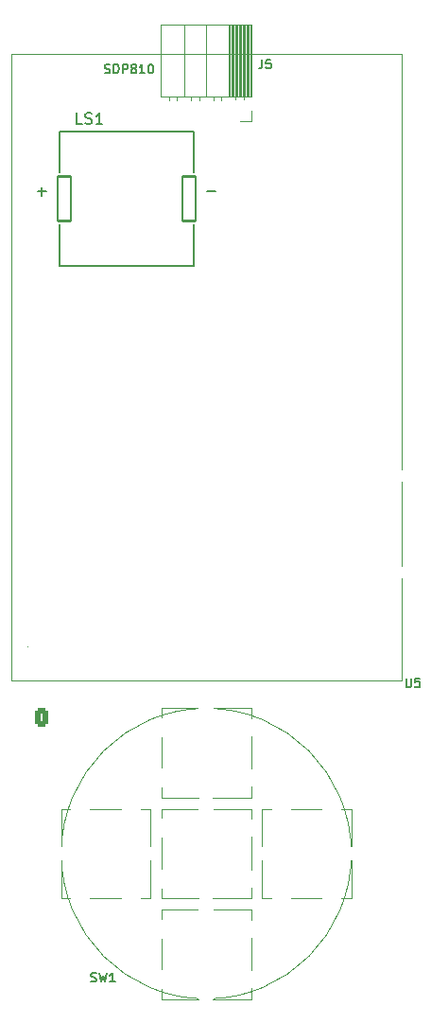
<source format=gto>
G04 #@! TF.GenerationSoftware,KiCad,Pcbnew,7.0.7*
G04 #@! TF.CreationDate,2023-10-06T13:42:14+03:00*
G04 #@! TF.ProjectId,dif-pressure-meter,6469662d-7072-4657-9373-7572652d6d65,rev?*
G04 #@! TF.SameCoordinates,Original*
G04 #@! TF.FileFunction,Legend,Top*
G04 #@! TF.FilePolarity,Positive*
%FSLAX46Y46*%
G04 Gerber Fmt 4.6, Leading zero omitted, Abs format (unit mm)*
G04 Created by KiCad (PCBNEW 7.0.7) date 2023-10-06 13:42:14*
%MOMM*%
%LPD*%
G01*
G04 APERTURE LIST*
G04 Aperture macros list*
%AMRoundRect*
0 Rectangle with rounded corners*
0 $1 Rounding radius*
0 $2 $3 $4 $5 $6 $7 $8 $9 X,Y pos of 4 corners*
0 Add a 4 corners polygon primitive as box body*
4,1,4,$2,$3,$4,$5,$6,$7,$8,$9,$2,$3,0*
0 Add four circle primitives for the rounded corners*
1,1,$1+$1,$2,$3*
1,1,$1+$1,$4,$5*
1,1,$1+$1,$6,$7*
1,1,$1+$1,$8,$9*
0 Add four rect primitives between the rounded corners*
20,1,$1+$1,$2,$3,$4,$5,0*
20,1,$1+$1,$4,$5,$6,$7,0*
20,1,$1+$1,$6,$7,$8,$9,0*
20,1,$1+$1,$8,$9,$2,$3,0*%
G04 Aperture macros list end*
%ADD10C,0.150000*%
%ADD11C,0.120000*%
%ADD12C,0.127000*%
%ADD13R,1.350000X1.350000*%
%ADD14O,1.350000X1.350000*%
%ADD15RoundRect,0.102000X-0.600000X-2.000000X0.600000X-2.000000X0.600000X2.000000X-0.600000X2.000000X0*%
%ADD16C,1.524000*%
%ADD17C,1.600000*%
%ADD18C,1.800000*%
%ADD19C,3.500000*%
%ADD20R,1.700000X1.700000*%
%ADD21O,1.700000X1.700000*%
%ADD22C,0.650000*%
%ADD23O,1.800000X1.000000*%
%ADD24O,2.100000X1.000000*%
%ADD25RoundRect,0.250000X0.350000X0.625000X-0.350000X0.625000X-0.350000X-0.625000X0.350000X-0.625000X0*%
%ADD26O,1.200000X1.750000*%
G04 APERTURE END LIST*
D10*
X120151064Y-36656200D02*
X120265350Y-36694295D01*
X120265350Y-36694295D02*
X120455826Y-36694295D01*
X120455826Y-36694295D02*
X120532017Y-36656200D01*
X120532017Y-36656200D02*
X120570112Y-36618104D01*
X120570112Y-36618104D02*
X120608207Y-36541914D01*
X120608207Y-36541914D02*
X120608207Y-36465723D01*
X120608207Y-36465723D02*
X120570112Y-36389533D01*
X120570112Y-36389533D02*
X120532017Y-36351438D01*
X120532017Y-36351438D02*
X120455826Y-36313342D01*
X120455826Y-36313342D02*
X120303445Y-36275247D01*
X120303445Y-36275247D02*
X120227255Y-36237152D01*
X120227255Y-36237152D02*
X120189160Y-36199057D01*
X120189160Y-36199057D02*
X120151064Y-36122866D01*
X120151064Y-36122866D02*
X120151064Y-36046676D01*
X120151064Y-36046676D02*
X120189160Y-35970485D01*
X120189160Y-35970485D02*
X120227255Y-35932390D01*
X120227255Y-35932390D02*
X120303445Y-35894295D01*
X120303445Y-35894295D02*
X120493922Y-35894295D01*
X120493922Y-35894295D02*
X120608207Y-35932390D01*
X120951065Y-36694295D02*
X120951065Y-35894295D01*
X120951065Y-35894295D02*
X121141541Y-35894295D01*
X121141541Y-35894295D02*
X121255827Y-35932390D01*
X121255827Y-35932390D02*
X121332017Y-36008580D01*
X121332017Y-36008580D02*
X121370112Y-36084771D01*
X121370112Y-36084771D02*
X121408208Y-36237152D01*
X121408208Y-36237152D02*
X121408208Y-36351438D01*
X121408208Y-36351438D02*
X121370112Y-36503819D01*
X121370112Y-36503819D02*
X121332017Y-36580009D01*
X121332017Y-36580009D02*
X121255827Y-36656200D01*
X121255827Y-36656200D02*
X121141541Y-36694295D01*
X121141541Y-36694295D02*
X120951065Y-36694295D01*
X121751065Y-36694295D02*
X121751065Y-35894295D01*
X121751065Y-35894295D02*
X122055827Y-35894295D01*
X122055827Y-35894295D02*
X122132017Y-35932390D01*
X122132017Y-35932390D02*
X122170112Y-35970485D01*
X122170112Y-35970485D02*
X122208208Y-36046676D01*
X122208208Y-36046676D02*
X122208208Y-36160961D01*
X122208208Y-36160961D02*
X122170112Y-36237152D01*
X122170112Y-36237152D02*
X122132017Y-36275247D01*
X122132017Y-36275247D02*
X122055827Y-36313342D01*
X122055827Y-36313342D02*
X121751065Y-36313342D01*
X122665350Y-36237152D02*
X122589160Y-36199057D01*
X122589160Y-36199057D02*
X122551065Y-36160961D01*
X122551065Y-36160961D02*
X122512969Y-36084771D01*
X122512969Y-36084771D02*
X122512969Y-36046676D01*
X122512969Y-36046676D02*
X122551065Y-35970485D01*
X122551065Y-35970485D02*
X122589160Y-35932390D01*
X122589160Y-35932390D02*
X122665350Y-35894295D01*
X122665350Y-35894295D02*
X122817731Y-35894295D01*
X122817731Y-35894295D02*
X122893922Y-35932390D01*
X122893922Y-35932390D02*
X122932017Y-35970485D01*
X122932017Y-35970485D02*
X122970112Y-36046676D01*
X122970112Y-36046676D02*
X122970112Y-36084771D01*
X122970112Y-36084771D02*
X122932017Y-36160961D01*
X122932017Y-36160961D02*
X122893922Y-36199057D01*
X122893922Y-36199057D02*
X122817731Y-36237152D01*
X122817731Y-36237152D02*
X122665350Y-36237152D01*
X122665350Y-36237152D02*
X122589160Y-36275247D01*
X122589160Y-36275247D02*
X122551065Y-36313342D01*
X122551065Y-36313342D02*
X122512969Y-36389533D01*
X122512969Y-36389533D02*
X122512969Y-36541914D01*
X122512969Y-36541914D02*
X122551065Y-36618104D01*
X122551065Y-36618104D02*
X122589160Y-36656200D01*
X122589160Y-36656200D02*
X122665350Y-36694295D01*
X122665350Y-36694295D02*
X122817731Y-36694295D01*
X122817731Y-36694295D02*
X122893922Y-36656200D01*
X122893922Y-36656200D02*
X122932017Y-36618104D01*
X122932017Y-36618104D02*
X122970112Y-36541914D01*
X122970112Y-36541914D02*
X122970112Y-36389533D01*
X122970112Y-36389533D02*
X122932017Y-36313342D01*
X122932017Y-36313342D02*
X122893922Y-36275247D01*
X122893922Y-36275247D02*
X122817731Y-36237152D01*
X123732017Y-36694295D02*
X123274874Y-36694295D01*
X123503446Y-36694295D02*
X123503446Y-35894295D01*
X123503446Y-35894295D02*
X123427255Y-36008580D01*
X123427255Y-36008580D02*
X123351065Y-36084771D01*
X123351065Y-36084771D02*
X123274874Y-36122866D01*
X124227256Y-35894295D02*
X124303446Y-35894295D01*
X124303446Y-35894295D02*
X124379637Y-35932390D01*
X124379637Y-35932390D02*
X124417732Y-35970485D01*
X124417732Y-35970485D02*
X124455827Y-36046676D01*
X124455827Y-36046676D02*
X124493922Y-36199057D01*
X124493922Y-36199057D02*
X124493922Y-36389533D01*
X124493922Y-36389533D02*
X124455827Y-36541914D01*
X124455827Y-36541914D02*
X124417732Y-36618104D01*
X124417732Y-36618104D02*
X124379637Y-36656200D01*
X124379637Y-36656200D02*
X124303446Y-36694295D01*
X124303446Y-36694295D02*
X124227256Y-36694295D01*
X124227256Y-36694295D02*
X124151065Y-36656200D01*
X124151065Y-36656200D02*
X124112970Y-36618104D01*
X124112970Y-36618104D02*
X124074875Y-36541914D01*
X124074875Y-36541914D02*
X124036779Y-36389533D01*
X124036779Y-36389533D02*
X124036779Y-36199057D01*
X124036779Y-36199057D02*
X124074875Y-36046676D01*
X124074875Y-36046676D02*
X124112970Y-35970485D01*
X124112970Y-35970485D02*
X124151065Y-35932390D01*
X124151065Y-35932390D02*
X124227256Y-35894295D01*
X134233333Y-35462295D02*
X134233333Y-36033723D01*
X134233333Y-36033723D02*
X134195238Y-36148009D01*
X134195238Y-36148009D02*
X134119047Y-36224200D01*
X134119047Y-36224200D02*
X134004762Y-36262295D01*
X134004762Y-36262295D02*
X133928571Y-36262295D01*
X134995238Y-35462295D02*
X134614286Y-35462295D01*
X134614286Y-35462295D02*
X134576190Y-35843247D01*
X134576190Y-35843247D02*
X134614286Y-35805152D01*
X134614286Y-35805152D02*
X134690476Y-35767057D01*
X134690476Y-35767057D02*
X134880952Y-35767057D01*
X134880952Y-35767057D02*
X134957143Y-35805152D01*
X134957143Y-35805152D02*
X134995238Y-35843247D01*
X134995238Y-35843247D02*
X135033333Y-35919438D01*
X135033333Y-35919438D02*
X135033333Y-36109914D01*
X135033333Y-36109914D02*
X134995238Y-36186104D01*
X134995238Y-36186104D02*
X134957143Y-36224200D01*
X134957143Y-36224200D02*
X134880952Y-36262295D01*
X134880952Y-36262295D02*
X134690476Y-36262295D01*
X134690476Y-36262295D02*
X134614286Y-36224200D01*
X134614286Y-36224200D02*
X134576190Y-36186104D01*
X118132142Y-41219819D02*
X117655952Y-41219819D01*
X117655952Y-41219819D02*
X117655952Y-40219819D01*
X118417857Y-41172200D02*
X118560714Y-41219819D01*
X118560714Y-41219819D02*
X118798809Y-41219819D01*
X118798809Y-41219819D02*
X118894047Y-41172200D01*
X118894047Y-41172200D02*
X118941666Y-41124580D01*
X118941666Y-41124580D02*
X118989285Y-41029342D01*
X118989285Y-41029342D02*
X118989285Y-40934104D01*
X118989285Y-40934104D02*
X118941666Y-40838866D01*
X118941666Y-40838866D02*
X118894047Y-40791247D01*
X118894047Y-40791247D02*
X118798809Y-40743628D01*
X118798809Y-40743628D02*
X118608333Y-40696009D01*
X118608333Y-40696009D02*
X118513095Y-40648390D01*
X118513095Y-40648390D02*
X118465476Y-40600771D01*
X118465476Y-40600771D02*
X118417857Y-40505533D01*
X118417857Y-40505533D02*
X118417857Y-40410295D01*
X118417857Y-40410295D02*
X118465476Y-40315057D01*
X118465476Y-40315057D02*
X118513095Y-40267438D01*
X118513095Y-40267438D02*
X118608333Y-40219819D01*
X118608333Y-40219819D02*
X118846428Y-40219819D01*
X118846428Y-40219819D02*
X118989285Y-40267438D01*
X119941666Y-41219819D02*
X119370238Y-41219819D01*
X119655952Y-41219819D02*
X119655952Y-40219819D01*
X119655952Y-40219819D02*
X119560714Y-40362676D01*
X119560714Y-40362676D02*
X119465476Y-40457914D01*
X119465476Y-40457914D02*
X119370238Y-40505533D01*
X114119048Y-47273866D02*
X114880953Y-47273866D01*
X114500000Y-47654819D02*
X114500000Y-46892914D01*
X129319048Y-47273866D02*
X130080953Y-47273866D01*
X147140476Y-90812295D02*
X147140476Y-91459914D01*
X147140476Y-91459914D02*
X147178571Y-91536104D01*
X147178571Y-91536104D02*
X147216666Y-91574200D01*
X147216666Y-91574200D02*
X147292857Y-91612295D01*
X147292857Y-91612295D02*
X147445238Y-91612295D01*
X147445238Y-91612295D02*
X147521428Y-91574200D01*
X147521428Y-91574200D02*
X147559523Y-91536104D01*
X147559523Y-91536104D02*
X147597619Y-91459914D01*
X147597619Y-91459914D02*
X147597619Y-90812295D01*
X148359523Y-90812295D02*
X147978571Y-90812295D01*
X147978571Y-90812295D02*
X147940475Y-91193247D01*
X147940475Y-91193247D02*
X147978571Y-91155152D01*
X147978571Y-91155152D02*
X148054761Y-91117057D01*
X148054761Y-91117057D02*
X148245237Y-91117057D01*
X148245237Y-91117057D02*
X148321428Y-91155152D01*
X148321428Y-91155152D02*
X148359523Y-91193247D01*
X148359523Y-91193247D02*
X148397618Y-91269438D01*
X148397618Y-91269438D02*
X148397618Y-91459914D01*
X148397618Y-91459914D02*
X148359523Y-91536104D01*
X148359523Y-91536104D02*
X148321428Y-91574200D01*
X148321428Y-91574200D02*
X148245237Y-91612295D01*
X148245237Y-91612295D02*
X148054761Y-91612295D01*
X148054761Y-91612295D02*
X147978571Y-91574200D01*
X147978571Y-91574200D02*
X147940475Y-91536104D01*
X118933332Y-117924200D02*
X119047618Y-117962295D01*
X119047618Y-117962295D02*
X119238094Y-117962295D01*
X119238094Y-117962295D02*
X119314285Y-117924200D01*
X119314285Y-117924200D02*
X119352380Y-117886104D01*
X119352380Y-117886104D02*
X119390475Y-117809914D01*
X119390475Y-117809914D02*
X119390475Y-117733723D01*
X119390475Y-117733723D02*
X119352380Y-117657533D01*
X119352380Y-117657533D02*
X119314285Y-117619438D01*
X119314285Y-117619438D02*
X119238094Y-117581342D01*
X119238094Y-117581342D02*
X119085713Y-117543247D01*
X119085713Y-117543247D02*
X119009523Y-117505152D01*
X119009523Y-117505152D02*
X118971428Y-117467057D01*
X118971428Y-117467057D02*
X118933332Y-117390866D01*
X118933332Y-117390866D02*
X118933332Y-117314676D01*
X118933332Y-117314676D02*
X118971428Y-117238485D01*
X118971428Y-117238485D02*
X119009523Y-117200390D01*
X119009523Y-117200390D02*
X119085713Y-117162295D01*
X119085713Y-117162295D02*
X119276190Y-117162295D01*
X119276190Y-117162295D02*
X119390475Y-117200390D01*
X119657142Y-117162295D02*
X119847618Y-117962295D01*
X119847618Y-117962295D02*
X119999999Y-117390866D01*
X119999999Y-117390866D02*
X120152380Y-117962295D01*
X120152380Y-117962295D02*
X120342857Y-117162295D01*
X121066666Y-117962295D02*
X120609523Y-117962295D01*
X120838095Y-117962295D02*
X120838095Y-117162295D01*
X120838095Y-117162295D02*
X120761904Y-117276580D01*
X120761904Y-117276580D02*
X120685714Y-117352771D01*
X120685714Y-117352771D02*
X120609523Y-117390866D01*
D11*
X133310000Y-32320000D02*
X125190000Y-32320000D01*
X133310000Y-32320000D02*
X133310000Y-38790000D01*
X133190000Y-32320000D02*
X133190000Y-38790000D01*
X133075882Y-32320000D02*
X133075882Y-38790000D01*
X132961764Y-32320000D02*
X132961764Y-38790000D01*
X132847646Y-32320000D02*
X132847646Y-38790000D01*
X132733528Y-32320000D02*
X132733528Y-38790000D01*
X132619410Y-32320000D02*
X132619410Y-38790000D01*
X132505292Y-32320000D02*
X132505292Y-38790000D01*
X132391174Y-32320000D02*
X132391174Y-38790000D01*
X132277056Y-32320000D02*
X132277056Y-38790000D01*
X132162938Y-32320000D02*
X132162938Y-38790000D01*
X132048820Y-32320000D02*
X132048820Y-38790000D01*
X131934702Y-32320000D02*
X131934702Y-38790000D01*
X131820584Y-32320000D02*
X131820584Y-38790000D01*
X131706466Y-32320000D02*
X131706466Y-38790000D01*
X131592348Y-32320000D02*
X131592348Y-38790000D01*
X131478230Y-32320000D02*
X131478230Y-38790000D01*
X131364112Y-32320000D02*
X131364112Y-38790000D01*
X131250000Y-32320000D02*
X131250000Y-38790000D01*
X129250000Y-32320000D02*
X129250000Y-38790000D01*
X127250000Y-32320000D02*
X127250000Y-38790000D01*
X125190000Y-32320000D02*
X125190000Y-38790000D01*
X133310000Y-38790000D02*
X125190000Y-38790000D01*
X132610000Y-38790000D02*
X132610000Y-39065000D01*
X131890000Y-38790000D02*
X131890000Y-39065000D01*
X130610000Y-38790000D02*
X130610000Y-39137083D01*
X129890000Y-38790000D02*
X129890000Y-39137083D01*
X128610000Y-38790000D02*
X128610000Y-39137083D01*
X127890000Y-38790000D02*
X127890000Y-39137083D01*
X126610000Y-38790000D02*
X126610000Y-39137083D01*
X125890000Y-38790000D02*
X125890000Y-39137083D01*
X133310000Y-40000000D02*
X133310000Y-40935000D01*
X133310000Y-40935000D02*
X132250000Y-40935000D01*
D12*
X116100000Y-41900000D02*
X116100000Y-45580000D01*
X116100000Y-41900000D02*
X128100000Y-41900000D01*
X116100000Y-53900000D02*
X116100000Y-50220000D01*
X116100000Y-53900000D02*
X128100000Y-53900000D01*
X128100000Y-41900000D02*
X128100000Y-45580000D01*
X128100000Y-53900000D02*
X128100000Y-50220000D01*
D11*
X111750000Y-91000000D02*
X146750000Y-91000000D01*
X146750000Y-91000000D02*
X146750000Y-35000000D01*
X146750000Y-35000000D02*
X111750000Y-35000000D01*
X111750000Y-35000000D02*
X111750000Y-91000000D01*
X113240000Y-88000000D02*
G75*
G03*
X113240000Y-88000000I0J0D01*
G01*
X124250000Y-102500000D02*
X116250000Y-102500000D01*
X116250000Y-102500000D02*
X116250000Y-110500000D01*
X116250000Y-110500000D02*
X124250000Y-110500000D01*
X124250000Y-110500000D02*
X124250000Y-102500000D01*
X125250000Y-93500000D02*
X133250000Y-93500000D01*
X133250000Y-93500000D02*
X133250000Y-101500000D01*
X133250000Y-101500000D02*
X125250000Y-101500000D01*
X125250000Y-101500000D02*
X125250000Y-93500000D01*
X125250000Y-102500000D02*
X133250000Y-102500000D01*
X133250000Y-102500000D02*
X133250000Y-110500000D01*
X133250000Y-110500000D02*
X125250000Y-110500000D01*
X125250000Y-110500000D02*
X125250000Y-102500000D01*
X125250000Y-111500000D02*
X133250000Y-111500000D01*
X133250000Y-111500000D02*
X133250000Y-119500000D01*
X133250000Y-119500000D02*
X125250000Y-119500000D01*
X125250000Y-119500000D02*
X125250000Y-111500000D01*
X142250000Y-102500000D02*
X134250000Y-102500000D01*
X134250000Y-102500000D02*
X134250000Y-110500000D01*
X134250000Y-110500000D02*
X142250000Y-110500000D01*
X142250000Y-110500000D02*
X142250000Y-102500000D01*
X142250000Y-106500000D02*
G75*
G03*
X142250000Y-106500000I-13000000J0D01*
G01*
%LPC*%
D13*
X132250000Y-40000000D03*
D14*
X130250000Y-40000000D03*
X128250000Y-40000000D03*
X126250000Y-40000000D03*
D15*
X127700000Y-47900000D03*
X116500000Y-47900000D03*
D16*
X138140000Y-89500000D03*
X135600000Y-89500000D03*
X133060000Y-89500000D03*
X130520000Y-89500000D03*
X127980000Y-89500000D03*
X125440000Y-89500000D03*
X122900000Y-89500000D03*
X120360000Y-89500000D03*
D17*
X123750000Y-106500000D03*
X129250000Y-94000000D03*
X129250000Y-103000000D03*
X129250000Y-112000000D03*
X141750000Y-106500000D03*
D18*
X118000000Y-110250000D03*
X122500000Y-110250000D03*
X133000000Y-95250000D03*
X133000000Y-99750000D03*
X133000000Y-104250000D03*
X133000000Y-108750000D03*
X133000000Y-113250000D03*
X133000000Y-117750000D03*
X136000000Y-110250000D03*
X140500000Y-110250000D03*
D17*
X129250000Y-110000000D03*
D18*
X125500000Y-104250000D03*
X125500000Y-108750000D03*
D17*
X129250000Y-101000000D03*
D18*
X125500000Y-95250000D03*
X125500000Y-99750000D03*
D17*
X134750000Y-106500000D03*
D18*
X136000000Y-102750000D03*
X140500000Y-102750000D03*
D17*
X129250000Y-119000000D03*
D18*
X125500000Y-113250000D03*
X125500000Y-117750000D03*
D17*
X116750000Y-106500000D03*
D18*
X118000000Y-102750000D03*
X122500000Y-102750000D03*
D19*
X146300000Y-113100000D03*
D20*
X147750000Y-64000000D03*
D21*
X147750000Y-61460000D03*
X147750000Y-58920000D03*
X147750000Y-56380000D03*
X147750000Y-53840000D03*
X147750000Y-51300000D03*
X147750000Y-48760000D03*
D22*
X143395000Y-74110000D03*
X143395000Y-79890000D03*
D23*
X147075000Y-72680000D03*
D24*
X142895000Y-72680000D03*
D23*
X147075000Y-81320000D03*
D24*
X142895000Y-81320000D03*
D20*
X110500000Y-71800000D03*
D21*
X110500000Y-74340000D03*
X110500000Y-76880000D03*
X110500000Y-79420000D03*
X110500000Y-81960000D03*
X110500000Y-84500000D03*
D19*
X112200000Y-113100000D03*
D25*
X114500000Y-94300000D03*
D26*
X112500000Y-94300000D03*
%LPD*%
M02*

</source>
